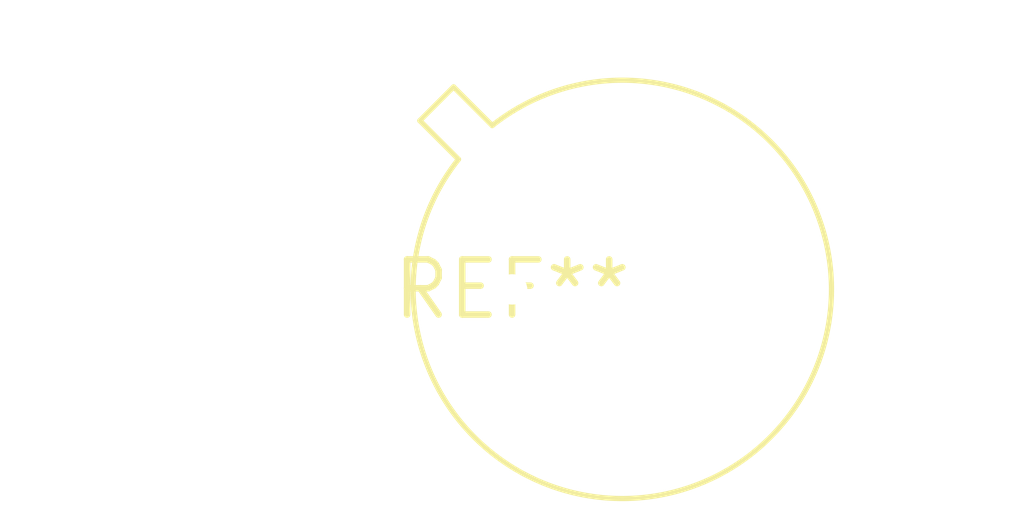
<source format=kicad_pcb>
(kicad_pcb (version 20240108) (generator pcbnew)
  (layers (0 "F.Cu" signal) (31 "B.Cu" signal) (34 "B.Paste" user) (35 "F.Paste" user) (36 "B.SilkS" user "B.Silkscreen") (37 "F.SilkS" user "F.Silkscreen") (38 "B.Mask" user) (39 "F.Mask" user) (44 "Edge.Cuts" user))
  (net 0 "")
  (footprint "TO-5-8_PD5.08_Window" (layer "F.Cu") (at 0 0)
    (property "Reference" "REF**")
    (property "Value" "TO-5-8_PD5.08_Window")
    (fp_line (start -2.125856 -3.888039) (end -1.234902 -2.997084) (layer "F.SilkS") (stroke (width 0.12)))
    (fp_line (start -1.348039 -4.665856) (end -2.125856 -3.888039) (layer "F.SilkS") (stroke (width 0.12)))
    (fp_line (start -0.457084 -3.774902) (end -1.348039 -4.665856) (layer "F.SilkS") (stroke (width 0.12)))
    (fp_arc (start -0.457084 -3.774902) (mid 5.948125 3.408384) (end -1.234674 -2.997371) (layer "F.SilkS") (stroke (width 0.12)))
    (pad "1" thru_hole oval (at 0 0) (size 1.6 1.2) (drill 0.7) (layers *.Cu *.Mask) (remove_unused_layers))
    (pad "2" thru_hole oval (at 0.743949 1.796051) (size 1.2 1.2) (drill 0.7) (layers *.Cu *.Mask) (remove_unused_layers))
    (pad "3" thru_hole oval (at 2.54 2.54) (size 1.2 1.2) (drill 0.7) (layers *.Cu *.Mask) (remove_unused_layers))
    (pad "4" thru_hole oval (at 4.336051 1.796051) (size 1.2 1.2) (drill 0.7) (layers *.Cu *.Mask) (remove_unused_layers))
    (pad "5" thru_hole oval (at 5.08 0) (size 1.2 1.2) (drill 0.7) (layers *.Cu *.Mask) (remove_unused_layers))
    (pad "6" thru_hole oval (at 4.336051 -1.796051) (size 1.2 1.2) (drill 0.7) (layers *.Cu *.Mask) (remove_unused_layers))
    (pad "7" thru_hole oval (at 2.54 -2.54) (size 1.2 1.2) (drill 0.7) (layers *.Cu *.Mask) (remove_unused_layers))
    (pad "8" thru_hole oval (at 0.743949 -1.796051) (size 1.2 1.2) (drill 0.7) (layers *.Cu *.Mask) (remove_unused_layers))
  )
)
</source>
